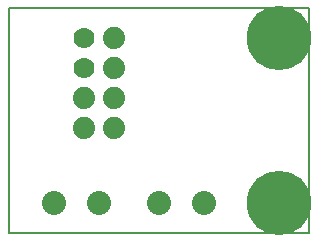
<source format=gbr>
G04 PROTEUS GERBER X2 FILE*
%TF.GenerationSoftware,Labcenter,Proteus,8.6-SP2-Build23525*%
%TF.CreationDate,2017-05-05T12:43:17+00:00*%
%TF.FileFunction,Soldermask,Bot*%
%TF.FilePolarity,Negative*%
%TF.Part,Single*%
%FSLAX45Y45*%
%MOMM*%
G01*
%TA.AperFunction,Material*%
%ADD21C,2.032000*%
%TA.AperFunction,Material*%
%ADD22C,1.879600*%
%ADD23C,1.778000*%
%TA.AperFunction,Material*%
%ADD25C,5.454000*%
%TA.AperFunction,Profile*%
%ADD19C,0.203200*%
%TD.AperFunction*%
D21*
X+762000Y+254000D03*
D22*
X+889000Y+1651000D03*
X+889000Y+1397000D03*
X+889000Y+1143000D03*
X+889000Y+889000D03*
X+635000Y+889000D03*
X+635000Y+1143000D03*
D23*
X+635000Y+1397000D03*
X+635000Y+1651000D03*
D21*
X+1270000Y+254000D03*
X+1651000Y+254000D03*
X+381000Y+254000D03*
D25*
X+2286000Y+1651000D03*
X+2286000Y+254000D03*
D19*
X+0Y+0D02*
X+2540000Y+0D01*
X+2540000Y+1905000D01*
X+0Y+1905000D01*
X+0Y+0D01*
M02*

</source>
